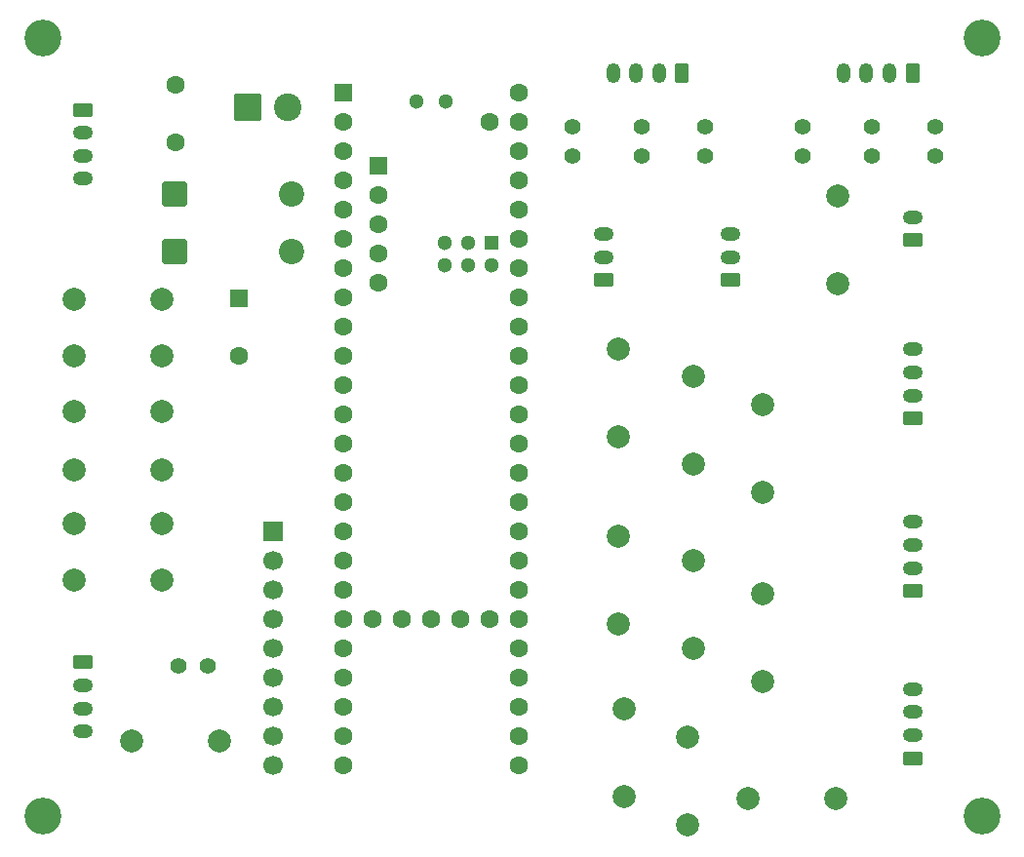
<source format=gbr>
%TF.GenerationSoftware,KiCad,Pcbnew,9.0.7*%
%TF.CreationDate,2026-01-19T21:28:55-05:00*%
%TF.ProjectId,param-eq,70617261-6d2d-4657-912e-6b696361645f,rev?*%
%TF.SameCoordinates,Original*%
%TF.FileFunction,Soldermask,Bot*%
%TF.FilePolarity,Negative*%
%FSLAX46Y46*%
G04 Gerber Fmt 4.6, Leading zero omitted, Abs format (unit mm)*
G04 Created by KiCad (PCBNEW 9.0.7) date 2026-01-19 21:28:55*
%MOMM*%
%LPD*%
G01*
G04 APERTURE LIST*
G04 Aperture macros list*
%AMRoundRect*
0 Rectangle with rounded corners*
0 $1 Rounding radius*
0 $2 $3 $4 $5 $6 $7 $8 $9 X,Y pos of 4 corners*
0 Add a 4 corners polygon primitive as box body*
4,1,4,$2,$3,$4,$5,$6,$7,$8,$9,$2,$3,0*
0 Add four circle primitives for the rounded corners*
1,1,$1+$1,$2,$3*
1,1,$1+$1,$4,$5*
1,1,$1+$1,$6,$7*
1,1,$1+$1,$8,$9*
0 Add four rect primitives between the rounded corners*
20,1,$1+$1,$2,$3,$4,$5,0*
20,1,$1+$1,$4,$5,$6,$7,0*
20,1,$1+$1,$6,$7,$8,$9,0*
20,1,$1+$1,$8,$9,$2,$3,0*%
G04 Aperture macros list end*
%ADD10C,3.200000*%
%ADD11C,1.400000*%
%ADD12RoundRect,0.250001X-0.949999X-0.949999X0.949999X-0.949999X0.949999X0.949999X-0.949999X0.949999X0*%
%ADD13C,2.400000*%
%ADD14RoundRect,0.250000X-0.625000X0.350000X-0.625000X-0.350000X0.625000X-0.350000X0.625000X0.350000X0*%
%ADD15O,1.750000X1.200000*%
%ADD16C,2.000000*%
%ADD17RoundRect,0.250000X0.625000X-0.350000X0.625000X0.350000X-0.625000X0.350000X-0.625000X-0.350000X0*%
%ADD18RoundRect,0.250000X0.350000X0.625000X-0.350000X0.625000X-0.350000X-0.625000X0.350000X-0.625000X0*%
%ADD19O,1.200000X1.750000*%
%ADD20RoundRect,0.249999X-0.850001X-0.850001X0.850001X-0.850001X0.850001X0.850001X-0.850001X0.850001X0*%
%ADD21C,2.200000*%
%ADD22RoundRect,0.250000X-0.550000X0.550000X-0.550000X-0.550000X0.550000X-0.550000X0.550000X0.550000X0*%
%ADD23C,1.600000*%
%ADD24R,1.600000X1.600000*%
%ADD25R,1.300000X1.300000*%
%ADD26C,1.300000*%
%ADD27R,1.700000X1.700000*%
%ADD28C,1.700000*%
G04 APERTURE END LIST*
D10*
%TO.C,H1*%
X97500000Y-48500000D03*
%TD*%
D11*
%TO.C,R2*%
X169500000Y-58720000D03*
X169500000Y-56180000D03*
%TD*%
D12*
%TO.C,J1*%
X115250000Y-54500000D03*
D13*
X118750000Y-54500000D03*
%TD*%
D14*
%TO.C,J8*%
X101000000Y-102690000D03*
D15*
X101000000Y-104690000D03*
X101000000Y-106690000D03*
X101000000Y-108690000D03*
%TD*%
D16*
%TO.C,R19*%
X147500000Y-75500000D03*
X147500000Y-83120000D03*
%TD*%
D10*
%TO.C,H3*%
X179000000Y-116000000D03*
%TD*%
D17*
%TO.C,J9*%
X173000000Y-66000000D03*
D15*
X173000000Y-64000000D03*
%TD*%
D10*
%TO.C,H4*%
X97500000Y-116000000D03*
%TD*%
D18*
%TO.C,J2*%
X173000000Y-51500000D03*
D19*
X171000000Y-51500000D03*
X169000000Y-51500000D03*
X167000000Y-51500000D03*
%TD*%
D16*
%TO.C,R17*%
X154000000Y-101430000D03*
X154000000Y-93810000D03*
%TD*%
%TO.C,R18*%
X160000000Y-80310000D03*
X160000000Y-87930000D03*
%TD*%
D20*
%TO.C,D2*%
X108920000Y-67000000D03*
D21*
X119080000Y-67000000D03*
%TD*%
D22*
%TO.C,C2*%
X114500000Y-71097349D03*
D23*
X114500000Y-76097349D03*
%TD*%
D16*
%TO.C,R20*%
X153500000Y-109190000D03*
X153500000Y-116810000D03*
%TD*%
D17*
%TO.C,J13*%
X173000000Y-111000000D03*
D15*
X173000000Y-109000000D03*
X173000000Y-107000000D03*
X173000000Y-105000000D03*
%TD*%
D24*
%TO.C,U1*%
X123620000Y-53240000D03*
D23*
X123620000Y-55780000D03*
X123620000Y-58320000D03*
X123620000Y-60860000D03*
X123620000Y-63400000D03*
X123620000Y-65940000D03*
X123620000Y-68480000D03*
X123620000Y-71020000D03*
X123620000Y-73560000D03*
X123620000Y-76100000D03*
X123620000Y-78640000D03*
X123620000Y-81180000D03*
X123620000Y-83720000D03*
X123620000Y-86260000D03*
X123620000Y-88800000D03*
X123620000Y-91340000D03*
X123620000Y-93880000D03*
X123620000Y-96420000D03*
X123620000Y-98960000D03*
X123620000Y-101500000D03*
X123620000Y-104040000D03*
X123620000Y-106580000D03*
X123620000Y-109120000D03*
X123620000Y-111660000D03*
X138860000Y-111660000D03*
X138860000Y-109120000D03*
X138860000Y-106580000D03*
X138860000Y-104040000D03*
X138860000Y-101500000D03*
X138860000Y-98960000D03*
X138860000Y-96420000D03*
X138860000Y-93880000D03*
X138860000Y-91340000D03*
X138860000Y-88800000D03*
X138860000Y-86260000D03*
X138860000Y-83720000D03*
X138860000Y-81180000D03*
X138860000Y-78640000D03*
X138860000Y-76100000D03*
X138860000Y-73560000D03*
X138860000Y-71020000D03*
X138860000Y-68480000D03*
X138860000Y-65940000D03*
X138860000Y-63400000D03*
X138860000Y-60860000D03*
X138860000Y-58320000D03*
X138860000Y-55780000D03*
X138860000Y-53240000D03*
X136320000Y-55780000D03*
X126160000Y-98960000D03*
X128700000Y-98960000D03*
X131240000Y-98960000D03*
X133780000Y-98960000D03*
X136320000Y-98960000D03*
D24*
X126670800Y-59539200D03*
D23*
X126670800Y-62079200D03*
X126670800Y-64619200D03*
X126670800Y-67159200D03*
X126670800Y-69699200D03*
D25*
X136421600Y-66210000D03*
D26*
X134421600Y-66210000D03*
X132421600Y-66210000D03*
X132421600Y-68210000D03*
X134421600Y-68210000D03*
X136421600Y-68210000D03*
X132510000Y-53970000D03*
X129970000Y-53970000D03*
%TD*%
D16*
%TO.C,R10*%
X105190000Y-109500000D03*
X112810000Y-109500000D03*
%TD*%
%TO.C,R13*%
X100190000Y-86000000D03*
X107810000Y-86000000D03*
%TD*%
D11*
%TO.C,R3*%
X175000000Y-58720000D03*
X175000000Y-56180000D03*
%TD*%
D16*
%TO.C,R14*%
X166500000Y-69810000D03*
X166500000Y-62190000D03*
%TD*%
D17*
%TO.C,J10*%
X173000000Y-81500000D03*
D15*
X173000000Y-79500000D03*
X173000000Y-77500000D03*
X173000000Y-75500000D03*
%TD*%
D11*
%TO.C,J7*%
X109250000Y-103000000D03*
X111790000Y-103000000D03*
%TD*%
D16*
%TO.C,R11*%
X100190000Y-95500000D03*
X107810000Y-95500000D03*
%TD*%
%TO.C,R15*%
X158690000Y-114500000D03*
X166310000Y-114500000D03*
%TD*%
D14*
%TO.C,J3*%
X101000000Y-54690000D03*
D15*
X101000000Y-56690000D03*
X101000000Y-58690000D03*
X101000000Y-60690000D03*
%TD*%
D23*
%TO.C,C1*%
X109000000Y-57500000D03*
X109000000Y-52500000D03*
%TD*%
D11*
%TO.C,R4*%
X143500000Y-58720000D03*
X143500000Y-56180000D03*
%TD*%
D16*
%TO.C,R12*%
X100190000Y-90638000D03*
X107810000Y-90638000D03*
%TD*%
D10*
%TO.C,H2*%
X179000000Y-48500000D03*
%TD*%
D17*
%TO.C,J6*%
X157200000Y-69500000D03*
D15*
X157200000Y-67500000D03*
X157200000Y-65500000D03*
%TD*%
D16*
%TO.C,R6*%
X107810000Y-71190000D03*
X100190000Y-71190000D03*
%TD*%
D17*
%TO.C,J12*%
X173000000Y-96500000D03*
D15*
X173000000Y-94500000D03*
X173000000Y-92500000D03*
X173000000Y-90500000D03*
%TD*%
D20*
%TO.C,D1*%
X108920000Y-62000000D03*
D21*
X119080000Y-62000000D03*
%TD*%
D16*
%TO.C,R16*%
X148000000Y-106690000D03*
X148000000Y-114310000D03*
%TD*%
%TO.C,R8*%
X107810000Y-80914000D03*
X100190000Y-80914000D03*
%TD*%
D11*
%TO.C,R5*%
X149500000Y-58720000D03*
X149500000Y-56180000D03*
%TD*%
D27*
%TO.C,J11*%
X117500000Y-91340000D03*
D28*
X117500000Y-93880000D03*
X117500000Y-96420000D03*
X117500000Y-98960000D03*
X117500000Y-101500000D03*
X117500000Y-104040000D03*
X117500000Y-106580000D03*
X117500000Y-109120000D03*
X117500000Y-111660000D03*
%TD*%
D18*
%TO.C,J4*%
X153000000Y-51500000D03*
D19*
X151000000Y-51500000D03*
X149000000Y-51500000D03*
X147000000Y-51500000D03*
%TD*%
D16*
%TO.C,R22*%
X147500000Y-99310000D03*
X147500000Y-91690000D03*
%TD*%
D11*
%TO.C,R9*%
X155000000Y-58720000D03*
X155000000Y-56180000D03*
%TD*%
%TO.C,R1*%
X163500000Y-58720000D03*
X163500000Y-56180000D03*
%TD*%
D17*
%TO.C,J5*%
X146200000Y-69500000D03*
D15*
X146200000Y-67500000D03*
X146200000Y-65500000D03*
%TD*%
D16*
%TO.C,R23*%
X154000000Y-77810000D03*
X154000000Y-85430000D03*
%TD*%
%TO.C,R7*%
X107810000Y-76052000D03*
X100190000Y-76052000D03*
%TD*%
%TO.C,R21*%
X160000000Y-104310000D03*
X160000000Y-96690000D03*
%TD*%
M02*

</source>
